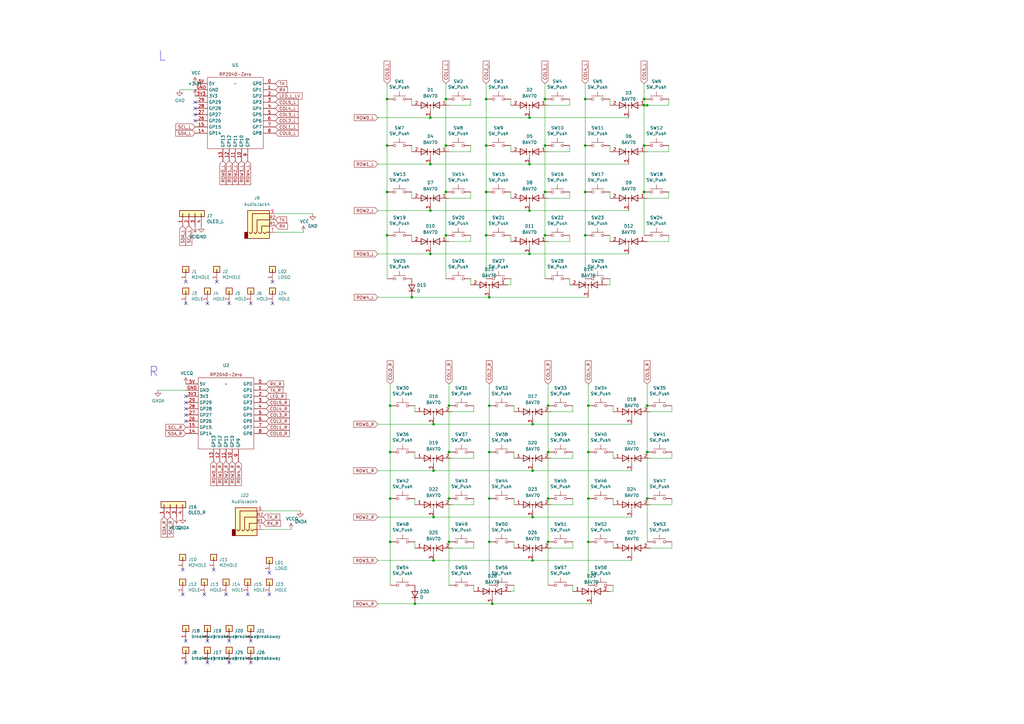
<source format=kicad_sch>
(kicad_sch (version 20230121) (generator eeschema)
  (paper "A3")
  (title_block (title "Lily58 Lite Rev3") (date "2024-07-18"))
  (junction (at 160.02 166.37))
  (junction (at 265.43 166.37))
  (junction (at 264.16 59.69))
  (junction (at 182.88 78.74))
  (junction (at 176.53 67.31))
  (junction (at 176.53 48.26))
  (junction (at 199.39 96.52))
  (junction (at 160.02 222.25))
  (junction (at 200.66 204.47))
  (junction (at 240.03 40.64))
  (junction (at 176.53 104.14))
  (junction (at 224.79 185.42))
  (junction (at 199.39 78.74))
  (junction (at 158.75 78.74))
  (junction (at 200.66 222.25))
  (junction (at 160.02 185.42))
  (junction (at 217.17 48.26))
  (junction (at 240.03 78.74))
  (junction (at 199.39 59.69))
  (junction (at 200.66 166.37))
  (junction (at 217.17 104.14))
  (junction (at 241.3 204.47))
  (junction (at 177.8 173.99))
  (junction (at 264.16 78.74))
  (junction (at 184.15 185.42))
  (junction (at 224.79 204.47))
  (junction (at 265.43 43.18))
  (junction (at 224.79 222.25))
  (junction (at 218.44 229.87))
  (junction (at 176.53 86.36))
  (junction (at 201.93 247.65))
  (junction (at 158.75 40.64))
  (junction (at 223.52 40.64))
  (junction (at 168.91 121.92))
  (junction (at 240.03 59.69))
  (junction (at 218.44 173.99))
  (junction (at 223.52 78.74))
  (junction (at 158.75 96.52))
  (junction (at 241.3 222.25))
  (junction (at 241.3 166.37))
  (junction (at 177.8 193.04))
  (junction (at 264.16 43.18))
  (junction (at 218.44 212.09))
  (junction (at 170.18 247.65))
  (junction (at 184.15 222.25))
  (junction (at 223.52 59.69))
  (junction (at 182.88 96.52))
  (junction (at 182.88 40.64))
  (junction (at 218.44 193.04))
  (junction (at 217.17 86.36))
  (junction (at 158.75 59.69))
  (junction (at 184.15 204.47))
  (junction (at 177.8 229.87))
  (junction (at 200.66 121.92))
  (junction (at 240.03 96.52))
  (junction (at 199.39 40.64))
  (junction (at 177.8 212.09))
  (junction (at 182.88 59.69))
  (junction (at 224.79 166.37))
  (junction (at 265.43 185.42))
  (junction (at 265.43 204.47))
  (junction (at 184.15 166.37))
  (junction (at 160.02 204.47))
  (junction (at 217.17 67.31))
  (junction (at 264.16 40.64))
  (junction (at 241.3 185.42))
  (junction (at 223.52 96.52))
  (junction (at 200.66 185.42))
  (no_connect (at 76.2 124.46))
  (no_connect (at 76.2 162.56))
  (no_connect (at 102.87 262.89))
  (no_connect (at 80.01 49.53))
  (no_connect (at 102.87 271.78))
  (no_connect (at 93.98 262.89))
  (no_connect (at 76.2 271.78))
  (no_connect (at 85.09 271.78))
  (no_connect (at 83.82 243.84))
  (no_connect (at 85.09 262.89))
  (no_connect (at 76.2 167.64))
  (no_connect (at 76.2 262.89))
  (no_connect (at 93.98 124.46))
  (no_connect (at 80.01 46.99))
  (no_connect (at 76.2 170.18))
  (no_connect (at 87.63 233.68))
  (no_connect (at 92.71 243.84))
  (no_connect (at 101.6 243.84))
  (no_connect (at 85.09 124.46))
  (no_connect (at 93.98 271.78))
  (no_connect (at 110.49 234.95))
  (no_connect (at 110.49 243.84))
  (no_connect (at 74.93 233.68))
  (no_connect (at 80.01 44.45))
  (no_connect (at 111.76 115.57))
  (no_connect (at 76.2 172.72))
  (no_connect (at 76.2 165.1))
  (no_connect (at 80.01 41.91))
  (no_connect (at 74.93 243.84))
  (no_connect (at 111.76 124.46))
  (no_connect (at 102.87 124.46))
  (no_connect (at 88.9 115.57))
  (no_connect (at 76.2 115.57))
  (wire (pts (xy 200.66 166.37) (xy 200.66 185.42)))
  (wire (pts (xy 265.43 157.48) (xy 265.43 166.37)))
  (wire (pts (xy 200.66 222.25) (xy 200.66 240.03)))
  (wire (pts (xy 266.7 168.91) (xy 275.59 168.91)))
  (wire (pts (xy 200.66 157.48) (xy 200.66 166.37)))
  (wire (pts (xy 226.06 224.79) (xy 234.95 224.79)))
  (wire (pts (xy 201.93 247.65) (xy 242.57 247.65)))
  (wire (pts (xy 240.03 59.69) (xy 240.03 78.74)))
  (wire (pts (xy 224.79 204.47) (xy 224.79 222.25)))
  (wire (pts (xy 113.03 87.63) (xy 128.27 87.63)))
  (wire (pts (xy 154.94 247.65) (xy 170.18 247.65)))
  (wire (pts (xy 275.59 224.79) (xy 275.59 222.25)))
  (wire (pts (xy 177.8 212.09) (xy 218.44 212.09)))
  (wire (pts (xy 233.68 59.69) (xy 233.68 62.23)))
  (wire (pts (xy 184.15 43.18) (xy 193.04 43.18)))
  (wire (pts (xy 217.17 104.14) (xy 257.81 104.14)))
  (wire (pts (xy 107.95 217.17) (xy 119.38 217.17)))
  (wire (pts (xy 224.79 185.42) (xy 224.79 204.47)))
  (wire (pts (xy 193.04 59.69) (xy 193.04 62.23)))
  (wire (pts (xy 184.15 157.48) (xy 184.15 166.37)))
  (wire (pts (xy 264.16 40.64) (xy 264.16 34.29)))
  (wire (pts (xy 154.94 173.99) (xy 177.8 173.99)))
  (wire (pts (xy 170.18 222.25) (xy 170.18 224.79)))
  (wire (pts (xy 107.95 209.55) (xy 123.19 209.55)))
  (wire (pts (xy 184.15 62.23) (xy 193.04 62.23)))
  (wire (pts (xy 241.3 157.48) (xy 241.3 166.37)))
  (wire (pts (xy 233.68 114.3) (xy 233.68 116.84)))
  (wire (pts (xy 194.31 207.01) (xy 194.31 204.47)))
  (wire (pts (xy 158.75 59.69) (xy 158.75 40.64)))
  (wire (pts (xy 177.8 173.99) (xy 218.44 173.99)))
  (wire (pts (xy 218.44 229.87) (xy 259.08 229.87)))
  (wire (pts (xy 209.55 78.74) (xy 209.55 81.28)))
  (wire (pts (xy 250.19 114.3) (xy 250.19 116.84)))
  (wire (pts (xy 168.91 40.64) (xy 168.91 43.18)))
  (wire (pts (xy 275.59 204.47) (xy 275.59 207.01)))
  (wire (pts (xy 224.79 62.23) (xy 233.68 62.23)))
  (wire (pts (xy 199.39 96.52) (xy 199.39 78.74)))
  (wire (pts (xy 233.68 78.74) (xy 233.68 81.28)))
  (wire (pts (xy 209.55 59.69) (xy 209.55 62.23)))
  (wire (pts (xy 208.28 116.84) (xy 209.55 116.84)))
  (wire (pts (xy 170.18 204.47) (xy 170.18 207.01)))
  (wire (pts (xy 185.42 224.79) (xy 194.31 224.79)))
  (wire (pts (xy 200.66 204.47) (xy 200.66 222.25)))
  (wire (pts (xy 193.04 116.84) (xy 193.04 114.3)))
  (wire (pts (xy 168.91 121.92) (xy 200.66 121.92)))
  (wire (pts (xy 218.44 193.04) (xy 259.08 193.04)))
  (wire (pts (xy 158.75 96.52) (xy 158.75 78.74)))
  (wire (pts (xy 251.46 185.42) (xy 251.46 187.96)))
  (wire (pts (xy 184.15 185.42) (xy 184.15 204.47)))
  (wire (pts (xy 185.42 168.91) (xy 194.31 168.91)))
  (wire (pts (xy 233.68 99.06) (xy 233.68 96.52)))
  (wire (pts (xy 251.46 166.37) (xy 251.46 168.91)))
  (wire (pts (xy 223.52 40.64) (xy 223.52 59.69)))
  (wire (pts (xy 224.79 166.37) (xy 224.79 185.42)))
  (wire (pts (xy 240.03 114.3) (xy 240.03 96.52)))
  (wire (pts (xy 168.91 59.69) (xy 168.91 62.23)))
  (wire (pts (xy 154.94 48.26) (xy 176.53 48.26)))
  (wire (pts (xy 234.95 222.25) (xy 234.95 224.79)))
  (wire (pts (xy 184.15 204.47) (xy 184.15 222.25)))
  (wire (pts (xy 240.03 34.29) (xy 240.03 40.64)))
  (wire (pts (xy 241.3 222.25) (xy 241.3 240.03)))
  (wire (pts (xy 241.3 185.42) (xy 241.3 204.47)))
  (wire (pts (xy 233.68 40.64) (xy 233.68 43.18)))
  (wire (pts (xy 264.16 43.18) (xy 264.16 59.69)))
  (wire (pts (xy 170.18 166.37) (xy 170.18 168.91)))
  (wire (pts (xy 275.59 185.42) (xy 275.59 187.96)))
  (wire (pts (xy 224.79 157.48) (xy 224.79 166.37)))
  (wire (pts (xy 274.32 78.74) (xy 274.32 81.28)))
  (wire (pts (xy 182.88 59.69) (xy 182.88 78.74)))
  (wire (pts (xy 193.04 40.64) (xy 193.04 43.18)))
  (wire (pts (xy 224.79 81.28) (xy 233.68 81.28)))
  (wire (pts (xy 209.55 242.57) (xy 210.82 242.57)))
  (wire (pts (xy 200.66 185.42) (xy 200.66 204.47)))
  (wire (pts (xy 194.31 185.42) (xy 194.31 187.96)))
  (wire (pts (xy 184.15 81.28) (xy 193.04 81.28)))
  (wire (pts (xy 193.04 78.74) (xy 193.04 81.28)))
  (wire (pts (xy 234.95 166.37) (xy 234.95 168.91)))
  (wire (pts (xy 160.02 240.03) (xy 160.02 222.25)))
  (wire (pts (xy 113.03 95.25) (xy 124.46 95.25)))
  (wire (pts (xy 250.19 78.74) (xy 250.19 81.28)))
  (wire (pts (xy 154.94 67.31) (xy 176.53 67.31)))
  (wire (pts (xy 234.95 204.47) (xy 234.95 207.01)))
  (wire (pts (xy 265.43 166.37) (xy 265.43 185.42)))
  (wire (pts (xy 184.15 99.06) (xy 193.04 99.06)))
  (wire (pts (xy 177.8 193.04) (xy 218.44 193.04)))
  (wire (pts (xy 182.88 96.52) (xy 182.88 114.3)))
  (wire (pts (xy 182.88 40.64) (xy 182.88 59.69)))
  (wire (pts (xy 217.17 48.26) (xy 257.81 48.26)))
  (wire (pts (xy 160.02 185.42) (xy 160.02 166.37)))
  (wire (pts (xy 251.46 204.47) (xy 251.46 207.01)))
  (wire (pts (xy 194.31 222.25) (xy 194.31 224.79)))
  (wire (pts (xy 251.46 240.03) (xy 251.46 242.57)))
  (wire (pts (xy 73.66 36.83) (xy 80.01 36.83)))
  (wire (pts (xy 182.88 78.74) (xy 182.88 96.52)))
  (wire (pts (xy 154.94 193.04) (xy 177.8 193.04)))
  (wire (pts (xy 226.06 187.96) (xy 234.95 187.96)))
  (wire (pts (xy 160.02 222.25) (xy 160.02 204.47)))
  (wire (pts (xy 264.16 78.74) (xy 264.16 96.52)))
  (wire (pts (xy 194.31 240.03) (xy 194.31 242.57)))
  (wire (pts (xy 266.7 224.79) (xy 275.59 224.79)))
  (wire (pts (xy 184.15 222.25) (xy 184.15 240.03)))
  (wire (pts (xy 185.42 207.01) (xy 194.31 207.01)))
  (wire (pts (xy 209.55 40.64) (xy 209.55 43.18)))
  (wire (pts (xy 275.59 166.37) (xy 275.59 168.91)))
  (wire (pts (xy 158.75 96.52) (xy 158.75 114.3)))
  (wire (pts (xy 210.82 166.37) (xy 210.82 168.91)))
  (wire (pts (xy 274.32 40.64) (xy 274.32 43.18)))
  (wire (pts (xy 199.39 59.69) (xy 199.39 78.74)))
  (wire (pts (xy 184.15 166.37) (xy 184.15 185.42)))
  (wire (pts (xy 200.66 121.92) (xy 241.3 121.92)))
  (wire (pts (xy 250.19 116.84) (xy 248.92 116.84)))
  (wire (pts (xy 274.32 59.69) (xy 274.32 62.23)))
  (wire (pts (xy 160.02 204.47) (xy 160.02 185.42)))
  (wire (pts (xy 154.94 121.92) (xy 168.91 121.92)))
  (wire (pts (xy 266.7 207.01) (xy 275.59 207.01)))
  (wire (pts (xy 177.8 229.87) (xy 218.44 229.87)))
  (wire (pts (xy 274.32 62.23) (xy 265.43 62.23)))
  (wire (pts (xy 168.91 96.52) (xy 168.91 99.06)))
  (wire (pts (xy 264.16 59.69) (xy 264.16 78.74)))
  (wire (pts (xy 209.55 96.52) (xy 209.55 99.06)))
  (wire (pts (xy 250.19 40.64) (xy 250.19 43.18)))
  (wire (pts (xy 182.88 34.29) (xy 182.88 40.64)))
  (wire (pts (xy 217.17 67.31) (xy 257.81 67.31)))
  (wire (pts (xy 224.79 222.25) (xy 224.79 240.03)))
  (wire (pts (xy 224.79 99.06) (xy 233.68 99.06)))
  (wire (pts (xy 176.53 48.26) (xy 217.17 48.26)))
  (wire (pts (xy 265.43 204.47) (xy 265.43 222.25)))
  (wire (pts (xy 176.53 104.14) (xy 217.17 104.14)))
  (wire (pts (xy 76.2 160.02) (xy 64.77 160.02)))
  (wire (pts (xy 176.53 86.36) (xy 217.17 86.36)))
  (wire (pts (xy 241.3 204.47) (xy 241.3 222.25)))
  (wire (pts (xy 226.06 207.01) (xy 234.95 207.01)))
  (wire (pts (xy 250.19 96.52) (xy 250.19 99.06)))
  (wire (pts (xy 223.52 34.29) (xy 223.52 40.64)))
  (wire (pts (xy 218.44 173.99) (xy 259.08 173.99)))
  (wire (pts (xy 199.39 59.69) (xy 199.39 40.64)))
  (wire (pts (xy 223.52 59.69) (xy 223.52 78.74)))
  (wire (pts (xy 199.39 114.3) (xy 199.39 96.52)))
  (wire (pts (xy 265.43 185.42) (xy 265.43 204.47)))
  (wire (pts (xy 266.7 187.96) (xy 275.59 187.96)))
  (wire (pts (xy 168.91 78.74) (xy 168.91 81.28)))
  (wire (pts (xy 274.32 81.28) (xy 265.43 81.28)))
  (wire (pts (xy 158.75 78.74) (xy 158.75 59.69)))
  (wire (pts (xy 209.55 114.3) (xy 209.55 116.84)))
  (wire (pts (xy 234.95 240.03) (xy 234.95 242.57)))
  (wire (pts (xy 251.46 222.25) (xy 251.46 224.79)))
  (wire (pts (xy 264.16 43.18) (xy 265.43 43.18)))
  (wire (pts (xy 170.18 247.65) (xy 201.93 247.65)))
  (wire (pts (xy 154.94 212.09) (xy 177.8 212.09)))
  (wire (pts (xy 217.17 86.36) (xy 257.81 86.36)))
  (wire (pts (xy 265.43 99.06) (xy 274.32 99.06)))
  (wire (pts (xy 226.06 168.91) (xy 234.95 168.91)))
  (wire (pts (xy 154.94 104.14) (xy 176.53 104.14)))
  (wire (pts (xy 240.03 40.64) (xy 240.03 59.69)))
  (wire (pts (xy 264.16 40.64) (xy 264.16 43.18)))
  (wire (pts (xy 274.32 96.52) (xy 274.32 99.06)))
  (wire (pts (xy 154.94 86.36) (xy 176.53 86.36)))
  (wire (pts (xy 234.95 185.42) (xy 234.95 187.96)))
  (wire (pts (xy 185.42 187.96) (xy 194.31 187.96)))
  (wire (pts (xy 210.82 204.47) (xy 210.82 207.01)))
  (wire (pts (xy 223.52 78.74) (xy 223.52 96.52)))
  (wire (pts (xy 240.03 96.52) (xy 240.03 78.74)))
  (wire (pts (xy 251.46 242.57) (xy 250.19 242.57)))
  (wire (pts (xy 274.32 43.18) (xy 265.43 43.18)))
  (wire (pts (xy 210.82 240.03) (xy 210.82 242.57)))
  (wire (pts (xy 250.19 59.69) (xy 250.19 62.23)))
  (wire (pts (xy 154.94 229.87) (xy 177.8 229.87)))
  (wire (pts (xy 176.53 67.31) (xy 217.17 67.31)))
  (wire (pts (xy 210.82 185.42) (xy 210.82 187.96)))
  (wire (pts (xy 210.82 222.25) (xy 210.82 224.79)))
  (wire (pts (xy 194.31 166.37) (xy 194.31 168.91)))
  (wire (pts (xy 241.3 166.37) (xy 241.3 185.42)))
  (wire (pts (xy 170.18 185.42) (xy 170.18 187.96)))
  (wire (pts (xy 158.75 40.64) (xy 158.75 34.29)))
  (wire (pts (xy 223.52 96.52) (xy 223.52 114.3)))
  (wire (pts (xy 224.79 43.18) (xy 233.68 43.18)))
  (wire (pts (xy 160.02 157.48) (xy 160.02 166.37)))
  (wire (pts (xy 199.39 34.29) (xy 199.39 40.64)))
  (wire (pts (xy 218.44 212.09) (xy 259.08 212.09)))
  (wire (pts (xy 193.04 99.06) (xy 193.04 96.52)))
  (text "L" (at 64.77 25.4 0) (effects (font (size 4 4)) (justify left bottom)))
  (text "R" (at 60.96 154.94 0) (effects (font (size 4 4)) (justify left bottom)))
  (global_label "COL2_R" (shape input) (at 109.22 172.72 0) (property "Intersheetrefs" "${INTERSHEET_REFS}" (effects hide)))
  (global_label "LED_R" (shape input) (at 109.22 162.56 0) (property "Intersheetrefs" "${INTERSHEET_REFS}" (effects hide)))
  (global_label "TX_R" (shape input) (at 109.22 160.02 0) (property "Intersheetrefs" "${INTERSHEET_REFS}" (effects hide)) (property "シート間のリファレンス" "${INTERSHEET_REFS}" (effects hide)))
  (global_label "COL1_L" (shape input) (at 113.03 52.07 0) (property "Intersheetrefs" "${INTERSHEET_REFS}" (effects hide)))
  (global_label "COL3_R" (shape input) (at 109.22 170.18 0) (property "Intersheetrefs" "${INTERSHEET_REFS}" (effects hide)))
  (global_label "ROW0_R" (shape input) (at 154.94 173.99 180) (property "Intersheetrefs" "${INTERSHEET_REFS}" (effects hide)))
  (global_label "ROW4_R" (shape input) (at 154.94 247.65 180) (property "Intersheetrefs" "${INTERSHEET_REFS}" (effects hide)))
  (global_label "COL2_L" (shape input) (at 199.39 34.29 90) (property "Intersheetrefs" "${INTERSHEET_REFS}" (effects hide)))
  (global_label "RX_R" (shape input) (at 109.22 157.48 0) (property "Intersheetrefs" "${INTERSHEET_REFS}" (effects hide)) (property "シート間のリファレンス" "${INTERSHEET_REFS}" (effects hide)))
  (global_label "ROW3_L" (shape input) (at 154.94 104.14 180) (property "Intersheetrefs" "${INTERSHEET_REFS}" (effects hide)))
  (global_label "TX" (shape input) (at 113.03 90.17 0) (property "Intersheetrefs" "${INTERSHEET_REFS}" (effects hide)) (property "シート間のリファレンス" "${INTERSHEET_REFS}" (effects hide)))
  (global_label "ROW1_R" (shape input) (at 90.17 189.23 270) (property "Intersheetrefs" "${INTERSHEET_REFS}" (effects hide)))
  (global_label "SDA_L" (shape input) (at 74.93 92.71 270) (property "Intersheetrefs" "${INTERSHEET_REFS}" (effects hide)))
  (global_label "ROW4_L" (shape input) (at 154.94 121.92 180) (property "Intersheetrefs" "${INTERSHEET_REFS}" (effects hide)))
  (global_label "COL4_R" (shape input) (at 241.3 157.48 90) (property "Intersheetrefs" "${INTERSHEET_REFS}" (effects hide)))
  (global_label "COL3_L" (shape input) (at 113.03 46.99 0) (property "Intersheetrefs" "${INTERSHEET_REFS}" (effects hide)))
  (global_label "COL4_L" (shape input) (at 113.03 44.45 0) (property "Intersheetrefs" "${INTERSHEET_REFS}" (effects hide)))
  (global_label "ROW3_R" (shape input) (at 95.25 189.23 270) (property "Intersheetrefs" "${INTERSHEET_REFS}" (effects hide)))
  (global_label "RX_R" (shape input) (at 107.95 214.63 0) (property "Intersheetrefs" "${INTERSHEET_REFS}" (effects hide)) (property "シート間のリファレンス" "${INTERSHEET_REFS}" (effects hide)))
  (global_label "COL5_L" (shape input) (at 264.16 34.29 90) (property "Intersheetrefs" "${INTERSHEET_REFS}" (effects hide)))
  (global_label "ROW1_L" (shape input) (at 154.94 67.31 180) (property "Intersheetrefs" "${INTERSHEET_REFS}" (effects hide)))
  (global_label "ROW1_L" (shape input) (at 93.98 66.04 270) (property "Intersheetrefs" "${INTERSHEET_REFS}" (effects hide)))
  (global_label "COL5_L" (shape input) (at 113.03 41.91 0) (property "Intersheetrefs" "${INTERSHEET_REFS}" (effects hide)))
  (global_label "SDA_R" (shape input) (at 67.31 212.09 270) (property "Intersheetrefs" "${INTERSHEET_REFS}" (effects hide)))
  (global_label "COL0_L" (shape input) (at 158.75 34.29 90) (property "Intersheetrefs" "${INTERSHEET_REFS}" (effects hide)))
  (global_label "COL2_R" (shape input) (at 200.66 157.48 90) (property "Intersheetrefs" "${INTERSHEET_REFS}" (effects hide)))
  (global_label "ROW0_L" (shape input) (at 91.44 66.04 270) (property "Intersheetrefs" "${INTERSHEET_REFS}" (effects hide)))
  (global_label "COL1_R" (shape input) (at 184.15 157.48 90) (property "Intersheetrefs" "${INTERSHEET_REFS}" (effects hide)))
  (global_label "SDA_R" (shape input) (at 76.2 177.8 180) (property "Intersheetrefs" "${INTERSHEET_REFS}" (effects hide)))
  (global_label "SCL_L" (shape input) (at 80.01 52.07 180) (property "Intersheetrefs" "${INTERSHEET_REFS}" (effects hide)))
  (global_label "TX_R" (shape input) (at 107.95 212.09 0) (property "Intersheetrefs" "${INTERSHEET_REFS}" (effects hide)) (property "シート間のリファレンス" "${INTERSHEET_REFS}" (effects hide)))
  (global_label "COL1_R" (shape input) (at 109.22 175.26 0) (property "Intersheetrefs" "${INTERSHEET_REFS}" (effects hide)))
  (global_label "COL2_L" (shape input) (at 113.03 49.53 0) (property "Intersheetrefs" "${INTERSHEET_REFS}" (effects hide)))
  (global_label "SCL_R" (shape input) (at 76.2 175.26 180) (property "Intersheetrefs" "${INTERSHEET_REFS}" (effects hide)))
  (global_label "ROW3_L" (shape input) (at 99.06 66.04 270) (property "Intersheetrefs" "${INTERSHEET_REFS}" (effects hide)))
  (global_label "ROW0_L" (shape input) (at 154.94 48.26 180) (property "Intersheetrefs" "${INTERSHEET_REFS}" (effects hide)))
  (global_label "SCL_L" (shape input) (at 77.47 92.71 270) (property "Intersheetrefs" "${INTERSHEET_REFS}" (effects hide)))
  (global_label "ROW2_R" (shape input) (at 92.71 189.23 270) (property "Intersheetrefs" "${INTERSHEET_REFS}" (effects hide)))
  (global_label "ROW2_R" (shape input) (at 154.94 212.09 180) (property "Intersheetrefs" "${INTERSHEET_REFS}" (effects hide)))
  (global_label "COL3_L" (shape input) (at 223.52 34.29 90) (property "Intersheetrefs" "${INTERSHEET_REFS}" (effects hide)))
  (global_label "COL0_R" (shape input) (at 160.02 157.48 90) (property "Intersheetrefs" "${INTERSHEET_REFS}" (effects hide)))
  (global_label "ROW0_R" (shape input) (at 87.63 189.23 270) (property "Intersheetrefs" "${INTERSHEET_REFS}" (effects hide)))
  (global_label "TX" (shape input) (at 113.03 34.29 0) (property "Intersheetrefs" "${INTERSHEET_REFS}" (effects hide)) (property "シート間のリファレンス" "${INTERSHEET_REFS}" (effects hide)))
  (global_label "RX" (shape input) (at 113.03 92.71 0) (property "Intersheetrefs" "${INTERSHEET_REFS}" (effects hide)) (property "シート間のリファレンス" "${INTERSHEET_REFS}" (effects hide)))
  (global_label "ROW1_R" (shape input) (at 154.94 193.04 180) (property "Intersheetrefs" "${INTERSHEET_REFS}" (effects hide)))
  (global_label "COL1_L" (shape input) (at 182.88 34.29 90) (property "Intersheetrefs" "${INTERSHEET_REFS}" (effects hide)))
  (global_label "RX" (shape input) (at 113.03 36.83 0) (property "Intersheetrefs" "${INTERSHEET_REFS}" (effects hide)) (property "シート間のリファレンス" "${INTERSHEET_REFS}" (effects hide)))
  (global_label "SDA_L" (shape input) (at 80.01 54.61 180) (property "Intersheetrefs" "${INTERSHEET_REFS}" (effects hide)))
  (global_label "COL0_R" (shape input) (at 109.22 177.8 0) (property "Intersheetrefs" "${INTERSHEET_REFS}" (effects hide)))
  (global_label "COL5_R" (shape input) (at 265.43 157.48 90) (property "Intersheetrefs" "${INTERSHEET_REFS}" (effects hide)))
  (global_label "COL3_R" (shape input) (at 224.79 157.48 90) (property "Intersheetrefs" "${INTERSHEET_REFS}" (effects hide)))
  (global_label "ROW2_L" (shape input) (at 96.52 66.04 270) (property "Intersheetrefs" "${INTERSHEET_REFS}" (effects hide)))
  (global_label "ROW2_L" (shape input) (at 154.94 86.36 180) (property "Intersheetrefs" "${INTERSHEET_REFS}" (effects hide)))
  (global_label "COL4_R" (shape input) (at 109.22 167.64 0) (property "Intersheetrefs" "${INTERSHEET_REFS}" (effects hide)))
  (global_label "SCL_R" (shape input) (at 69.85 212.09 270) (property "Intersheetrefs" "${INTERSHEET_REFS}" (effects hide)))
  (global_label "COL5_R" (shape input) (at 109.22 165.1 0) (property "Intersheetrefs" "${INTERSHEET_REFS}" (effects hide)))
  (global_label "COL0_L" (shape input) (at 113.03 54.61 0) (property "Intersheetrefs" "${INTERSHEET_REFS}" (effects hide)))
  (global_label "ROW3_R" (shape input) (at 154.94 229.87 180) (property "Intersheetrefs" "${INTERSHEET_REFS}" (effects hide)))
  (global_label "ROW4_L" (shape input) (at 101.6 66.04 270) (property "Intersheetrefs" "${INTERSHEET_REFS}" (effects hide)))
  (global_label "COL4_L" (shape input) (at 240.03 34.29 90) (property "Intersheetrefs" "${INTERSHEET_REFS}" (effects hide)))
  (global_label "LED_L_LV" (shape input) (at 113.03 39.37 0) (property "Intersheetrefs" "${INTERSHEET_REFS}" (effects hide)))
  (global_label "ROW4_R" (shape input) (at 97.79 189.23 270) (property "Intersheetrefs" "${INTERSHEET_REFS}" (effects hide)))
  (symbol (lib_id "yuchi:RP2040-Zero") (at 96.52 45.72 0) (unit 1)
    (property "Reference" "U1" (at 96.52 26.67 0))
    (property "Value" "~" (at 96.52 34.29 0))
    (property "Footprint" "yuchi_kbd:RP2040-Zero_bottom" (effects hide))
  )
  (symbol (lib_id "Connector_Generic:Conn_01x01") (at 92.71 238.76 90) (unit 1)
    (property "Reference" "J14" (at 94.9452 239.6744 90) (effects (justify right)))
    (property "Value" "HOLE" (at 94.9452 241.9858 90) (effects (justify right)))
    (property "Footprint" "yuchi:HOLE_M2_TH" (effects hide))
  )
  (symbol (lib_id "Switch:SW_Push") (at 228.6 40.64 0) (unit 1)
    (property "Reference" "SW4" (at 228.6 33.401 0))
    (property "Value" "SW_Push" (at 228.6 35.7124 0))
    (property "Footprint" "yuchi_kbd:MX_HOLE" (effects hide))
  )
  (symbol (lib_id "Switch:SW_Push") (at 229.87 222.25 0) (unit 1)
    (property "Reference" "SW51" (at 229.87 215.011 0))
    (property "Value" "SW_Push" (at 229.87 217.3224 0))
    (property "Footprint" "yuchi_kbd:MX_HOLE" (effects hide))
  )
  (symbol (lib_id "Switch:SW_Push") (at 204.47 96.52 0) (unit 1)
    (property "Reference" "SW21" (at 204.47 89.281 0))
    (property "Value" "SW_Push" (at 204.47 91.5924 0))
    (property "Footprint" "yuchi_kbd:MX_HOLE" (effects hide))
  )
  (symbol (lib_id "Switch:SW_Push") (at 189.23 204.47 0) (unit 1)
    (property "Reference" "SW43" (at 189.23 197.231 0))
    (property "Value" "SW_Push" (at 189.23 199.5424 0))
    (property "Footprint" "yuchi_kbd:MX_HOLE" (effects hide))
  )
  (symbol (lib_id "Connector_Generic:Conn_01x01") (at 102.87 119.38 90) (unit 1)
    (property "Reference" "J6" (at 105.1052 120.2944 90) (effects (justify right)))
    (property "Value" "HOLE" (at 105.1052 122.6058 90) (effects (justify right)))
    (property "Footprint" "yuchi:HOLE_M2_TH" (effects hide))
  )
  (symbol (lib_id "Connector_Generic:Conn_01x01") (at 76.2 257.81 90) (unit 1)
    (property "Reference" "J18" (at 78.4352 258.7244 90) (effects (justify right)))
    (property "Value" "breakaway" (at 78.4352 261.0358 90) (effects (justify right)))
    (property "Footprint" "yuchi_kbd:breakaway04" (effects hide))
  )
  (symbol (lib_id "Switch:SW_Push") (at 204.47 59.69 0) (unit 1)
    (property "Reference" "SW9" (at 204.47 52.451 0))
    (property "Value" "SW_Push" (at 204.47 54.7624 0))
    (property "Footprint" "yuchi_kbd:MX_HOLE" (effects hide))
  )
  (symbol (lib_id "Switch:SW_Push") (at 245.11 78.74 0) (unit 1)
    (property "Reference" "SW17" (at 245.11 71.501 0))
    (property "Value" "SW_Push" (at 245.11 73.8124 0))
    (property "Footprint" "yuchi_kbd:MX_HOLE" (effects hide))
  )
  (symbol (lib_id "Switch:SW_Push") (at 163.83 59.69 0) (unit 1)
    (property "Reference" "SW7" (at 163.83 52.451 0))
    (property "Value" "SW_Push" (at 163.83 54.7624 0))
    (property "Footprint" "yuchi_kbd:MX_HOLE" (effects hide))
  )
  (symbol (lib_id "power:VCCQ") (at 119.38 217.17 0) (unit 1)
    (property "Reference" "#PWR018" (effects hide))
    (property "Value" "VCCQ" (at 119.8118 212.7758 0))
  )
  (symbol (lib_id "Switch:SW_Push") (at 228.6 78.74 0) (unit 1)
    (property "Reference" "SW16" (at 228.6 71.501 0))
    (property "Value" "SW_Push" (at 228.6 73.8124 0))
    (property "Footprint" "yuchi_kbd:MX_HOLE" (effects hide))
  )
  (symbol (lib_id "Switch:SW_Push") (at 163.83 96.52 0) (unit 1)
    (property "Reference" "SW19" (at 163.83 89.281 0))
    (property "Value" "SW_Push" (at 163.83 91.5924 0))
    (property "Footprint" "yuchi_kbd:MX_HOLE" (effects hide))
  )
  (symbol (lib_id "Switch:SW_Push") (at 165.1 166.37 0) (unit 1)
    (property "Reference" "SW30" (at 165.1 159.131 0))
    (property "Value" "SW_Push" (at 165.1 161.4424 0))
    (property "Footprint" "yuchi_kbd:MX_HOLE" (effects hide))
  )
  (symbol (lib_id "Diode:BAV70") (at 176.53 81.28 0) (mirror y) (unit 1)
    (property "Reference" "D7" (at 176.53 74.93 0))
    (property "Value" "BAV70" (at 176.53 77.47 0))
    (property "Footprint" "Package_TO_SOT_SMD:SOT-23" (effects hide))
    (property "Datasheet" "https://assets.nexperia.com/documents/data-sheet/BAV70_SER.pdf" (effects hide))
  )
  (symbol (lib_id "Switch:SW_Push") (at 189.23 185.42 0) (unit 1)
    (property "Reference" "SW37" (at 189.23 178.181 0))
    (property "Value" "SW_Push" (at 189.23 180.4924 0))
    (property "Footprint" "yuchi_kbd:MX_HOLE" (effects hide))
  )
  (symbol (lib_id "Connector_Generic:Conn_01x01") (at 111.76 119.38 90) (unit 1)
    (property "Reference" "J24" (at 113.9952 120.2944 90) (effects (justify right)))
    (property "Value" "HOLE" (at 113.9952 122.6058 90) (effects (justify right)))
    (property "Footprint" "yuchi:HOLE_M2_TH" (effects hide))
  )
  (symbol (lib_id "Switch:SW_Push") (at 270.51 204.47 0) (unit 1)
    (property "Reference" "SW47" (at 270.51 197.231 0))
    (property "Value" "SW_Push" (at 270.51 199.5424 0))
    (property "Footprint" "yuchi_kbd:MX_HOLE" (effects hide))
  )
  (symbol (lib_id "Switch:SW_Push") (at 205.74 185.42 0) (unit 1)
    (property "Reference" "SW38" (at 205.74 178.181 0))
    (property "Value" "SW_Push" (at 205.74 180.4924 0))
    (property "Footprint" "yuchi_kbd:MX_HOLE" (effects hide))
  )
  (symbol (lib_id "power:GND") (at 128.27 87.63 0) (unit 1)
    (property "Reference" "#PWR07" (effects hide))
    (property "Value" "GND" (at 128.27 92.71 0))
  )
  (symbol (lib_id "Diode:BAV70") (at 241.3 116.84 0) (mirror y) (unit 1)
    (property "Reference" "D14" (at 241.3 110.49 0))
    (property "Value" "BAV70" (at 241.3 113.03 0))
    (property "Footprint" "Package_TO_SOT_SMD:SOT-23" (effects hide))
    (property "Datasheet" "https://assets.nexperia.com/documents/data-sheet/BAV70_SER.pdf" (effects hide))
  )
  (symbol (lib_id "Diode:BAV70") (at 217.17 99.06 0) (mirror y) (unit 1)
    (property "Reference" "D11" (at 217.17 92.71 0))
    (property "Value" "BAV70" (at 217.17 95.25 0))
    (property "Footprint" "Package_TO_SOT_SMD:SOT-23" (effects hide))
    (property "Datasheet" "https://assets.nexperia.com/documents/data-sheet/BAV70_SER.pdf" (effects hide))
  )
  (symbol (lib_id "Switch:SW_Push") (at 245.11 59.69 0) (unit 1)
    (property "Reference" "SW11" (at 245.11 52.451 0))
    (property "Value" "SW_Push" (at 245.11 54.7624 0))
    (property "Footprint" "yuchi_kbd:MX_HOLE" (effects hide))
  )
  (symbol (lib_id "Switch:SW_Push") (at 246.38 222.25 0) (unit 1)
    (property "Reference" "SW52" (at 246.38 215.011 0))
    (property "Value" "SW_Push" (at 246.38 217.3224 0))
    (property "Footprint" "yuchi_kbd:MX_HOLE" (effects hide))
  )
  (symbol (lib_id "Switch:SW_Push") (at 165.1 222.25 0) (unit 1)
    (property "Reference" "SW48" (at 165.1 215.011 0))
    (property "Value" "SW_Push" (at 165.1 217.3224 0))
    (property "Footprint" "yuchi_kbd:MX_HOLE" (effects hide))
  )
  (symbol (lib_id "Connector_Generic:Conn_01x01") (at 76.2 110.49 90) (unit 1)
    (property "Reference" "J1" (at 78.4352 111.4044 90) (effects (justify right)))
    (property "Value" "M2HOLE" (at 78.4352 113.7158 90) (effects (justify right)))
    (property "Footprint" "yuchi:M2_HOLE_PCB" (effects hide))
  )
  (symbol (lib_id "Connector_Generic:Conn_01x01") (at 102.87 257.81 90) (unit 1)
    (property "Reference" "J21" (at 105.1052 258.7244 90) (effects (justify right)))
    (property "Value" "breakaway" (at 105.1052 261.0358 90) (effects (justify right)))
    (property "Footprint" "yuchi_kbd:breakaway04" (effects hide))
  )
  (symbol (lib_id "Switch:SW_Push") (at 165.1 240.03 0) (unit 1)
    (property "Reference" "SW54" (at 165.1 232.791 0))
    (property "Value" "SW_Push" (at 165.1 235.1024 0))
    (property "Footprint" "yuchi_kbd:MX_HOLE" (effects hide))
  )
  (symbol (lib_id "Switch:SW_Push") (at 270.51 222.25 0) (unit 1)
    (property "Reference" "SW53" (at 270.51 215.011 0))
    (property "Value" "SW_Push" (at 270.51 217.3224 0))
    (property "Footprint" "yuchi_kbd:MX_HOLE" (effects hide))
  )
  (symbol (lib_id "Device:D") (at 170.18 243.84 90) (unit 1)
    (property "Reference" "D30" (at 172.212 242.6716 90) (effects (justify right)))
    (property "Value" "D" (at 172.212 244.983 90) (effects (justify right)))
    (property "Footprint" "Diode_SMD:D_SOD-123" (effects hide))
  )
  (symbol (lib_id "Diode:BAV70") (at 177.8 168.91 0) (unit 1)
    (property "Reference" "D16" (at 177.8 162.56 0))
    (property "Value" "BAV70" (at 177.8 165.1 0))
    (property "Footprint" "Package_TO_SOT_SMD:SOT-23" (effects hide))
    (property "Datasheet" "https://assets.nexperia.com/documents/data-sheet/BAV70_SER.pdf" (effects hide))
  )
  (symbol (lib_id "Connector_Generic:Conn_01x01") (at 85.09 266.7 90) (unit 1)
    (property "Reference" "J17" (at 87.3252 267.6144 90) (effects (justify right)))
    (property "Value" "breakaway" (at 87.3252 269.9258 90) (effects (justify right)))
    (property "Footprint" "yuchi_kbd:breakaway04" (effects hide))
  )
  (symbol (lib_id "Diode:BAV70") (at 217.17 81.28 0) (mirror y) (unit 1)
    (property "Reference" "D8" (at 217.17 74.93 0))
    (property "Value" "BAV70" (at 217.17 77.47 0))
    (property "Footprint" "Package_TO_SOT_SMD:SOT-23" (effects hide))
    (property "Datasheet" "https://assets.nexperia.com/documents/data-sheet/BAV70_SER.pdf" (effects hide))
  )
  (symbol (lib_id "Diode:BAV70") (at 218.44 207.01 0) (unit 1)
    (property "Reference" "D23" (at 218.44 200.66 0))
    (property "Value" "BAV70" (at 218.44 203.2 0))
    (property "Footprint" "Package_TO_SOT_SMD:SOT-23" (effects hide))
    (property "Datasheet" "https://assets.nexperia.com/documents/data-sheet/BAV70_SER.pdf" (effects hide))
  )
  (symbol (lib_id "Diode:BAV70") (at 259.08 168.91 0) (unit 1)
    (property "Reference" "D18" (at 259.08 163.83 0))
    (property "Value" "BAV70" (at 259.08 166.37 0))
    (property "Footprint" "Package_TO_SOT_SMD:SOT-23" (effects hide))
    (property "Datasheet" "https://assets.nexperia.com/documents/data-sheet/BAV70_SER.pdf" (effects hide))
  )
  (symbol (lib_id "Switch:SW_Push") (at 246.38 240.03 0) (unit 1)
    (property "Reference" "SW58" (at 246.38 232.791 0))
    (property "Value" "SW_Push" (at 246.38 235.1024 0))
    (property "Footprint" "yuchi_kbd:MX_HOLE" (effects hide))
  )
  (symbol (lib_id "power:VCC") (at 80.01 34.29 0) (unit 1)
    (property "Reference" "#PWR01" (effects hide))
    (property "Value" "VCC" (at 80.4672 29.8958 0))
  )
  (symbol (lib_id "Diode:BAV70") (at 218.44 187.96 0) (unit 1)
    (property "Reference" "D20" (at 218.44 181.61 0))
    (property "Value" "BAV70" (at 218.44 184.15 0))
    (property "Footprint" "Package_TO_SOT_SMD:SOT-23" (effects hide))
    (property "Datasheet" "https://assets.nexperia.com/documents/data-sheet/BAV70_SER.pdf" (effects hide))
  )
  (symbol (lib_id "Switch:SW_Push") (at 246.38 166.37 0) (unit 1)
    (property "Reference" "SW34" (at 246.38 159.131 0))
    (property "Value" "SW_Push" (at 246.38 161.4424 0))
    (property "Footprint" "yuchi_kbd:MX_HOLE" (effects hide))
  )
  (symbol (lib_id "Switch:SW_Push") (at 187.96 40.64 0) (unit 1)
    (property "Reference" "SW2" (at 187.96 33.401 0))
    (property "Value" "SW_Push" (at 187.96 35.7124 0))
    (property "Footprint" "yuchi_kbd:MX_HOLE" (effects hide))
  )
  (symbol (lib_id "power:+3.3V") (at 80.01 39.37 0) (unit 1)
    (property "Reference" "#PWR020" (effects hide))
    (property "Value" "+3.3V" (at 80.01 34.29 0))
  )
  (symbol (lib_id "power:GNDA") (at 64.77 160.02 0) (unit 1)
    (property "Reference" "#PWR011" (effects hide))
    (property "Value" "GNDA" (at 64.897 164.4142 0))
  )
  (symbol (lib_id "Connector_Generic:Conn_01x01") (at 102.87 266.7 90) (unit 1)
    (property "Reference" "J26" (at 105.1052 267.6144 90) (effects (justify right)))
    (property "Value" "breakaway" (at 105.1052 269.9258 90) (effects (justify right)))
    (property "Footprint" "yuchi_kbd:breakaway04" (effects hide))
  )
  (symbol (lib_id "Switch:SW_Push") (at 205.74 166.37 0) (unit 1)
    (property "Reference" "SW32" (at 205.74 159.131 0))
    (property "Value" "SW_Push" (at 205.74 161.4424 0))
    (property "Footprint" "yuchi_kbd:MX_HOLE" (effects hide))
  )
  (symbol (lib_id "Switch:SW_Push") (at 189.23 166.37 0) (unit 1)
    (property "Reference" "SW31" (at 189.23 159.131 0))
    (property "Value" "SW_Push" (at 189.23 161.4424 0))
    (property "Footprint" "yuchi_kbd:MX_HOLE" (effects hide))
  )
  (symbol (lib_id "Switch:SW_Push") (at 228.6 96.52 0) (unit 1)
    (property "Reference" "SW22" (at 228.6 89.281 0))
    (property "Value" "SW_Push" (at 228.6 91.5924 0))
    (property "Footprint" "yuchi_kbd:MX_HOLE" (effects hide))
  )
  (symbol (lib_id "Connector_Generic:Conn_01x01") (at 87.63 228.6 90) (unit 1)
    (property "Reference" "J11" (at 89.8652 229.5144 90) (effects (justify right)))
    (property "Value" "M2HOLE" (at 89.8652 231.8258 90) (effects (justify right)))
    (property "Footprint" "yuchi:M2_HOLE_PCB" (effects hide))
  )
  (symbol (lib_id "Switch:SW_Push") (at 269.24 59.69 0) (unit 1)
    (property "Reference" "SW12" (at 269.24 52.451 0))
    (property "Value" "SW_Push" (at 269.24 54.7624 0))
    (property "Footprint" "yuchi_kbd:MX_HOLE" (effects hide))
  )
  (symbol (lib_id "Connector_Generic:Conn_01x01") (at 111.76 110.49 90) (unit 1)
    (property "Reference" "L02" (at 113.9952 111.4044 90) (effects (justify right)))
    (property "Value" "LOGO" (at 113.9952 113.7158 90) (effects (justify right)))
    (property "Footprint" "yuchi:lily58_logo_2" (effects hide))
  )
  (symbol (lib_id "Connector_Generic:Conn_01x01") (at 83.82 238.76 90) (unit 1)
    (property "Reference" "J13" (at 86.0552 239.6744 90) (effects (justify right)))
    (property "Value" "HOLE" (at 86.0552 241.9858 90) (effects (justify right)))
    (property "Footprint" "yuchi:HOLE_M2_TH" (effects hide))
  )
  (symbol (lib_id "power:GND") (at 73.66 36.83 0) (unit 1)
    (property "Reference" "#PWR02" (effects hide))
    (property "Value" "GND" (at 73.787 41.2242 0))
  )
  (symbol (lib_id "power:VCC") (at 124.46 95.25 0) (unit 1)
    (property "Reference" "#PWR09" (effects hide))
    (property "Value" "VCC" (at 124.8918 90.8558 0))
  )
  (symbol (lib_id "Switch:SW_Push") (at 246.38 185.42 0) (unit 1)
    (property "Reference" "SW40" (at 246.38 178.181 0))
    (property "Value" "SW_Push" (at 246.38 180.4924 0))
    (property "Footprint" "yuchi_kbd:MX_HOLE" (effects hide))
  )
  (symbol (lib_id "Connector_Generic:Conn_01x01") (at 76.2 119.38 90) (unit 1)
    (property "Reference" "J3" (at 78.4352 120.2944 90) (effects (justify right)))
    (property "Value" "HOLE" (at 78.4352 122.6058 90) (effects (justify right)))
    (property "Footprint" "yuchi:HOLE_M2_TH" (effects hide))
  )
  (symbol (lib_id "Switch:SW_Push") (at 187.96 59.69 0) (unit 1)
    (property "Reference" "SW8" (at 187.96 52.451 0))
    (property "Value" "SW_Push" (at 187.96 54.7624 0))
    (property "Footprint" "yuchi_kbd:MX_HOLE" (effects hide))
  )
  (symbol (lib_id "Switch:SW_Push") (at 269.24 78.74 0) (unit 1)
    (property "Reference" "SW18" (at 269.24 71.501 0))
    (property "Value" "SW_Push" (at 269.24 73.8124 0))
    (property "Footprint" "yuchi_kbd:MX_HOLE" (effects hide))
  )
  (symbol (lib_id "Switch:SW_Push") (at 270.51 185.42 0) (unit 1)
    (property "Reference" "SW41" (at 270.51 178.181 0))
    (property "Value" "SW_Push" (at 270.51 180.4924 0))
    (property "Footprint" "yuchi_kbd:MX_HOLE" (effects hide))
  )
  (symbol (lib_id "Switch:SW_Push") (at 205.74 240.03 0) (unit 1)
    (property "Reference" "SW56" (at 205.74 232.791 0))
    (property "Value" "SW_Push" (at 205.74 235.1024 0))
    (property "Footprint" "yuchi_kbd:MX_HOLE" (effects hide))
  )
  (symbol (lib_id "Switch:SW_Push") (at 246.38 204.47 0) (unit 1)
    (property "Reference" "SW46" (at 246.38 197.231 0))
    (property "Value" "SW_Push" (at 246.38 199.5424 0))
    (property "Footprint" "yuchi_kbd:MX_HOLE" (effects hide))
  )
  (symbol (lib_id "Switch:SW_Push") (at 228.6 114.3 0) (unit 1)
    (property "Reference" "SW28" (at 228.6 107.061 0))
    (property "Value" "SW_Push" (at 228.6 109.3724 0))
    (property "Footprint" "yuchi_kbd:MX_HOLE" (effects hide))
  )
  (symbol (lib_id "Switch:SW_Push") (at 229.87 185.42 0) (unit 1)
    (property "Reference" "SW39" (at 229.87 178.181 0))
    (property "Value" "SW_Push" (at 229.87 180.4924 0))
    (property "Footprint" "yuchi_kbd:MX_HOLE" (effects hide))
  )
  (symbol (lib_id "power:VCCQ") (at 72.39 212.09 180) (unit 1)
    (property "Reference" "#PWR013" (effects hide))
    (property "Value" "VCCQ" (at 71.9328 216.4842 0))
  )
  (symbol (lib_id "Diode:BAV70") (at 259.08 207.01 0) (unit 1)
    (property "Reference" "D24" (at 259.08 200.66 0))
    (property "Value" "BAV70" (at 259.08 203.2 0))
    (property "Footprint" "Package_TO_SOT_SMD:SOT-23" (effects hide))
    (property "Datasheet" "https://assets.nexperia.com/documents/data-sheet/BAV70_SER.pdf" (effects hide))
  )
  (symbol (lib_id "Switch:SW_Push") (at 270.51 166.37 0) (unit 1)
    (property "Reference" "SW35" (at 270.51 159.131 0))
    (property "Value" "SW_Push" (at 270.51 161.4424 0))
    (property "Footprint" "yuchi_kbd:MX_HOLE" (effects hide))
  )
  (symbol (lib_id "Switch:SW_Push") (at 204.47 114.3 0) (unit 1)
    (property "Reference" "SW27" (at 204.47 107.061 0))
    (property "Value" "SW_Push" (at 204.47 109.3724 0))
    (property "Footprint" "yuchi_kbd:MX_HOLE" (effects hide))
  )
  (symbol (lib_id "Connector:AudioJack4") (at 102.87 212.09 0) (unit 1)
    (property "Reference" "J22" (at 100.33 203.2 0))
    (property "Value" "AudioJack4" (at 100.33 205.74 0))
    (property "Footprint" "yuchi_kbd:PJ-320" (effects hide))
  )
  (symbol (lib_id "Switch:SW_Push") (at 204.47 78.74 0) (unit 1)
    (property "Reference" "SW15" (at 204.47 71.501 0))
    (property "Value" "SW_Push" (at 204.47 73.8124 0))
    (property "Footprint" "yuchi_kbd:MX_HOLE" (effects hide))
  )
  (symbol (lib_id "power:GNDA") (at 123.19 209.55 0) (unit 1)
    (property "Reference" "#PWR016" (effects hide))
    (property "Value" "GNDA" (at 123.317 213.9442 0))
  )
  (symbol (lib_id "Diode:BAV70") (at 242.57 242.57 0) (unit 1)
    (property "Reference" "D29" (at 242.57 236.22 0))
    (property "Value" "BAV70" (at 242.57 238.76 0))
    (property "Footprint" "Package_TO_SOT_SMD:SOT-23" (effects hide))
    (property "Datasheet" "https://assets.nexperia.com/documents/data-sheet/BAV70_SER.pdf" (effects hide))
  )
  (symbol (lib_id "Switch:SW_Push") (at 229.87 166.37 0) (unit 1)
    (property "Reference" "SW33" (at 229.87 159.131 0))
    (property "Value" "SW_Push" (at 229.87 161.4424 0))
    (property "Footprint" "yuchi_kbd:MX_HOLE" (effects hide))
  )
  (symbol (lib_id "Switch:SW_Push") (at 163.83 78.74 0) (unit 1)
    (property "Reference" "SW13" (at 163.83 71.501 0))
    (property "Value" "SW_Push" (at 163.83 73.8124 0))
    (property "Footprint" "yuchi_kbd:MX_HOLE" (effects hide))
  )
  (symbol (lib_id "Switch:SW_Push") (at 165.1 204.47 0) (unit 1)
    (property "Reference" "SW42" (at 165.1 197.231 0))
    (property "Value" "SW_Push" (at 165.1 199.5424 0))
    (property "Footprint" "yuchi_kbd:MX_HOLE" (effects hide))
  )
  (symbol (lib_id "Connector_Generic:Conn_01x01") (at 74.93 238.76 90) (unit 1)
    (property "Reference" "J12" (at 77.1652 239.6744 90) (effects (justify right)))
    (property "Value" "HOLE" (at 77.1652 241.9858 90) (effects (justify right)))
    (property "Footprint" "yuchi:HOLE_M2_TH" (effects hide))
  )
  (symbol (lib_id "Switch:SW_Push") (at 245.11 40.64 0) (unit 1)
    (property "Reference" "SW5" (at 245.11 33.401 0))
    (property "Value" "SW_Push" (at 245.11 35.7124 0))
    (property "Footprint" "yuchi_kbd:MX_HOLE" (effects hide))
  )
  (symbol (lib_id "Switch:SW_Push") (at 205.74 222.25 0) (unit 1)
    (property "Reference" "SW50" (at 205.74 215.011 0))
    (property "Value" "SW_Push" (at 205.74 217.3224 0))
    (property "Footprint" "yuchi_kbd:MX_HOLE" (effects hide))
  )
  (symbol (lib_id "Device:D") (at 168.91 118.11 90) (unit 1)
    (property "Reference" "D15" (at 170.942 116.9416 90) (effects (justify right)))
    (property "Value" "D" (at 170.942 119.253 90) (effects (justify right)))
    (property "Footprint" "Diode_SMD:D_SOD-123" (effects hide))
  )
  (symbol (lib_id "Diode:BAV70") (at 218.44 168.91 0) (unit 1)
    (property "Reference" "D17" (at 218.44 162.56 0))
    (property "Value" "BAV70" (at 218.44 165.1 0))
    (property "Footprint" "Package_TO_SOT_SMD:SOT-23" (effects hide))
    (property "Datasheet" "https://assets.nexperia.com/documents/data-sheet/BAV70_SER.pdf" (effects hide))
  )
  (symbol (lib_id "Connector_Generic:Conn_01x04") (at 69.85 207.01 90) (unit 1)
    (property "Reference" "J16" (at 77.1652 207.9244 90) (effects (justify right)))
    (property "Value" "OLED_R" (at 77.1652 210.2358 90) (effects (justify right)))
    (property "Footprint" "yuchi:OLED_4Pin" (effects hide))
  )
  (symbol (lib_id "Switch:SW_Push") (at 229.87 240.03 0) (unit 1)
    (property "Reference" "SW57" (at 229.87 232.791 0))
    (property "Value" "SW_Push" (at 229.87 235.1024 0))
    (property "Footprint" "yuchi_kbd:MX_HOLE" (effects hide))
  )
  (symbol (lib_id "Connector_Generic:Conn_01x01") (at 93.98 119.38 90) (unit 1)
    (property "Reference" "J5" (at 96.2152 120.2944 90) (effects (justify right)))
    (property "Value" "HOLE" (at 96.2152 122.6058 90) (effects (justify right)))
    (property "Footprint" "yuchi:HOLE_M2_TH" (effects hide))
  )
  (symbol (lib_id "Connector_Generic:Conn_01x04") (at 77.47 87.63 90) (unit 1)
    (property "Reference" "J7" (at 84.7852 88.5444 90) (effects (justify right)))
    (property "Value" "OLED_L" (at 84.7852 90.8558 90) (effects (justify right)))
    (property "Footprint" "yuchi:OLED_4Pin" (effects hide))
  )
  (symbol (lib_id "Switch:SW_Push") (at 189.23 222.25 0) (unit 1)
    (property "Reference" "SW49" (at 189.23 215.011 0))
    (property "Value" "SW_Push" (at 189.23 217.3224 0))
    (property "Footprint" "yuchi_kbd:MX_HOLE" (effects hide))
  )
  (symbol (lib_id "Diode:BAV70") (at 257.81 43.18 0) (mirror y) (unit 1)
    (property "Reference" "D3" (at 257.81 38.1 0))
    (property "Value" "BAV70" (at 257.81 40.64 0))
    (property "Footprint" "Package_TO_SOT_SMD:SOT-23" (effects hide))
    (property "Datasheet" "https://assets.nexperia.com/documents/data-sheet/BAV70_SER.pdf" (effects hide))
  )
  (symbol (lib_id "Connector_Generic:Conn_01x01") (at 110.49 229.87 90) (unit 1)
    (property "Reference" "L01" (at 112.7252 230.7844 90) (effects (justify right)))
    (property "Value" "LOGO" (at 112.7252 233.0958 90) (effects (justify right)))
    (property "Footprint" "yuchi:lily58_logo_2" (effects hide))
  )
  (symbol (lib_id "Diode:BAV70") (at 218.44 224.79 0) (unit 1)
    (property "Reference" "D26" (at 218.44 218.44 0))
    (property "Value" "BAV70" (at 218.44 220.98 0))
    (property "Footprint" "Package_TO_SOT_SMD:SOT-23" (effects hide))
    (property "Datasheet" "https://assets.nexperia.com/documents/data-sheet/BAV70_SER.pdf" (effects hide))
  )
  (symbol (lib_id "Switch:SW_Push") (at 229.87 204.47 0) (unit 1)
    (property "Reference" "SW45" (at 229.87 197.231 0))
    (property "Value" "SW_Push" (at 229.87 199.5424 0))
    (property "Footprint" "yuchi_kbd:MX_HOLE" (effects hide))
  )
  (symbol (lib_id "Switch:SW_Push") (at 163.83 40.64 0) (unit 1)
    (property "Reference" "SW1" (at 163.83 33.401 0))
    (property "Value" "SW_Push" (at 163.83 35.7124 0))
    (property "Footprint" "yuchi_kbd:MX_HOLE" (effects hide))
  )
  (symbol (lib_id "power:VCC") (at 80.01 92.71 180) (unit 1)
    (property "Reference" "#PWR04" (effects hide))
    (property "Value" "VCC" (at 79.5528 97.1042 0))
  )
  (symbol (lib_id "Diode:BAV70") (at 176.53 62.23 0) (mirror y) (unit 1)
    (property "Reference" "D4" (at 176.53 55.88 0))
    (property "Value" "BAV70" (at 176.53 58.42 0))
    (property "Footprint" "Package_TO_SOT_SMD:SOT-23" (effects hide))
    (property "Datasheet" "https://assets.nexperia.com/documents/data-sheet/BAV70_SER.pdf" (effects hide))
  )
  (symbol (lib_id "Diode:BAV70") (at 176.53 99.06 0) (mirror y) (unit 1)
    (property "Reference" "D10" (at 176.53 92.71 0))
    (property "Value" "BAV70" (at 176.53 95.25 0))
    (property "Footprint" "Package_TO_SOT_SMD:SOT-23" (effects hide))
    (property "Datasheet" "https://assets.nexperia.com/documents/data-sheet/BAV70_SER.pdf" (effects hide))
  )
  (symbol (lib_id "power:GNDA") (at 74.93 212.09 0) (unit 1)
    (property "Reference" "#PWR014" (effects hide))
    (property "Value" "GNDA" (at 75.057 216.4842 0))
  )
  (symbol (lib_id "Switch:SW_Push") (at 205.74 204.47 0) (unit 1)
    (property "Reference" "SW44" (at 205.74 197.231 0))
    (property "Value" "SW_Push" (at 205.74 199.5424 0))
    (property "Footprint" "yuchi_kbd:MX_HOLE" (effects hide))
  )
  (symbol (lib_id "Diode:BAV70") (at 177.8 224.79 0) (unit 1)
    (property "Reference" "D25" (at 177.8 218.44 0))
    (property "Value" "BAV70" (at 177.8 220.98 0))
    (property "Footprint" "Package_TO_SOT_SMD:SOT-23" (effects hide))
    (property "Datasheet" "https://assets.nexperia.com/documents/data-sheet/BAV70_SER.pdf" (effects hide))
  )
  (symbol (lib_id "Connector_Generic:Conn_01x01") (at 110.49 238.76 90) (unit 1)
    (property "Reference" "J23" (at 112.7252 239.6744 90) (effects (justify right)))
    (property "Value" "HOLE" (at 112.7252 241.9858 90) (effects (justify right)))
    (property "Footprint" "yuchi:HOLE_M2_TH" (effects hide))
  )
  (symbol (lib_id "Switch:SW_Push") (at 204.47 40.64 0) (unit 1)
    (property "Reference" "SW3" (at 204.47 33.401 0))
    (property "Value" "SW_Push" (at 204.47 35.7124 0))
    (property "Footprint" "yuchi_kbd:MX_HOLE" (effects hide))
  )
  (symbol (lib_id "Switch:SW_Push") (at 245.11 96.52 0) (unit 1)
    (property "Reference" "SW23" (at 245.11 89.281 0))
    (property "Value" "SW_Push" (at 245.11 91.5924 0))
    (property "Footprint" "yuchi_kbd:MX_HOLE" (effects hide))
  )
  (symbol (lib_id "Diode:BAV70") (at 176.53 43.18 0) (mirror y) (unit 1)
    (property "Reference" "D1" (at 176.53 36.83 0))
    (property "Value" "BAV70" (at 176.53 39.37 0))
    (property "Footprint" "Package_TO_SOT_SMD:SOT-23" (effects hide))
    (property "Datasheet" "https://assets.nexperia.com/documents/data-sheet/BAV70_SER.pdf" (effects hide))
  )
  (symbol (lib_id "Switch:SW_Push") (at 245.11 114.3 0) (unit 1)
    (property "Reference" "SW29" (at 245.11 107.061 0))
    (property "Value" "SW_Push" (at 245.11 109.3724 0))
    (property "Footprint" "yuchi_kbd:MX_HOLE" (effects hide))
  )
  (symbol (lib_id "Diode:BAV70") (at 200.66 116.84 0) (mirror y) (unit 1)
    (property "Reference" "D13" (at 200.66 110.49 0))
    (property "Value" "BAV70" (at 200.66 113.03 0))
    (property "Footprint" "Package_TO_SOT_SMD:SOT-23" (effects hide))
    (property "Datasheet" "https://assets.nexperia.com/documents/data-sheet/BAV70_SER.pdf" (effects hide))
  )
  (symbol (lib_id "Connector_Generic:Conn_01x01") (at 76.2 266.7 90) (unit 1)
    (property "Reference" "J8" (at 78.4352 267.6144 90) (effects (justify right)))
    (property "Value" "breakaway" (at 78.4352 269.9258 90) (effects (justify right)))
    (property "Footprint" "yuchi_kbd:breakaway04" (effects hide))
  )
  (symbol (lib_id "Switch:SW_Push") (at 187.96 96.52 0) (unit 1)
    (property "Reference" "SW20" (at 187.96 89.281 0))
    (property "Value" "SW_Push" (at 187.96 91.5924 0))
    (property "Footprint" "yuchi_kbd:MX_HOLE" (effects hide))
  )
  (symbol (lib_id "Connector_Generic:Conn_01x01") (at 85.09 257.81 90) (unit 1)
    (property "Reference" "J19" (at 87.3252 258.7244 90) (effects (justify right)))
    (property "Value" "breakaway" (at 87.3252 261.0358 90) (effects (justify right)))
    (property "Footprint" "yuchi_kbd:breakaway04" (effects hide))
  )
  (symbol (lib_id "Switch:SW_Push") (at 187.96 78.74 0) (unit 1)
    (property "Reference" "SW14" (at 187.96 71.501 0))
    (property "Value" "SW_Push" (at 187.96 73.8124 0))
    (property "Footprint" "yuchi_kbd:MX_HOLE" (effects hide))
  )
  (symbol (lib_id "Diode:BAV70") (at 257.81 62.23 0) (mirror y) (unit 1)
    (property "Reference" "D6" (at 257.81 55.88 0))
    (property "Value" "BAV70" (at 257.81 58.42 0))
    (property "Footprint" "Package_TO_SOT_SMD:SOT-23" (effects hide))
    (property "Datasheet" "https://assets.nexperia.com/documents/data-sheet/BAV70_SER.pdf" (effects hide))
  )
  (symbol (lib_id "Diode:BAV70") (at 177.8 187.96 0) (unit 1)
    (property "Reference" "D19" (at 177.8 181.61 0))
    (property "Value" "BAV70" (at 177.8 184.15 0))
    (property "Footprint" "Package_TO_SOT_SMD:SOT-23" (effects hide))
    (property "Datasheet" "https://assets.nexperia.com/documents/data-sheet/BAV70_SER.pdf" (effects hide))
  )
  (symbol (lib_id "Diode:BAV70") (at 259.08 224.79 0) (unit 1)
    (property "Reference" "D27" (at 259.08 218.44 0))
    (property "Value" "BAV70" (at 259.08 220.98 0))
    (property "Footprint" "Package_TO_SOT_SMD:SOT-23" (effects hide))
    (property "Datasheet" "https://assets.nexperia.com/documents/data-sheet/BAV70_SER.pdf" (effects hide))
  )
  (symbol (lib_id "power:VCCQ") (at 76.2 157.48 0) (unit 1)
    (property "Reference" "#PWR010" (effects hide))
    (property "Value" "VCCQ" (at 76.6318 153.0858 0))
  )
  (symbol (lib_id "Switch:SW_Push") (at 165.1 185.42 0) (unit 1)
    (property "Reference" "SW36" (at 165.1 178.181 0))
    (property "Value" "SW_Push" (at 165.1 180.4924 0))
    (property "Footprint" "yuchi_kbd:MX_HOLE" (effects hide))
  )
  (symbol (lib_id "Diode:BAV70") (at 217.17 43.18 0) (mirror y) (unit 1)
    (property "Reference" "D2" (at 217.17 36.83 0))
    (property "Value" "BAV70" (at 217.17 39.37 0))
    (property "Footprint" "Package_TO_SOT_SMD:SOT-23" (effects hide))
    (property "Datasheet" "https://assets.nexperia.com/documents/data-sheet/BAV70_SER.pdf" (effects hide))
  )
  (symbol (lib_id "Connector_Generic:Conn_01x01") (at 74.93 228.6 90) (unit 1)
    (property "Reference" "J10" (at 77.1652 229.5144 90) (effects (justify right)))
    (property "Value" "M2HOLE" (at 77.1652 231.8258 90) (effects (justify right)))
    (property "Footprint" "yuchi:M2_HOLE_PCB" (effects hide))
  )
  (symbol (lib_id "Connector:AudioJack4") (at 107.95 90.17 0) (unit 1)
    (property "Reference" "J9" (at 105.41 81.28 0))
    (property "Value" "AudioJack4" (at 105.41 83.82 0))
    (property "Footprint" "yuchi_kbd:PJ-320" (effects hide))
  )
  (symbol (lib_id "Switch:SW_Push") (at 187.96 114.3 0) (unit 1)
    (property "Reference" "SW26" (at 187.96 107.061 0))
    (property "Value" "SW_Push" (at 187.96 109.3724 0))
    (property "Footprint" "yuchi_kbd:MX_HOLE" (effects hide))
  )
  (symbol (lib_id "Connector_Generic:Conn_01x01") (at 93.98 257.81 90) (unit 1)
    (property "Reference" "J20" (at 96.2152 258.7244 90) (effects (justify right)))
    (property "Value" "breakaway" (at 96.2152 261.0358 90) (effects (justify right)))
    (property "Footprint" "yuchi_kbd:breakaway04" (effects hide))
  )
  (symbol (lib_id "Switch:SW_Push") (at 269.24 96.52 0) (unit 1)
    (property "Reference" "SW24" (at 269.24 89.281 0))
    (property "Value" "SW_Push" (at 269.24 91.5924 0))
    (property "Footprint" "yuchi_kbd:MX_HOLE" (effects hide))
  )
  (symbol (lib_id "power:GND") (at 82.55 92.71 0) (unit 1)
    (property "Reference" "#PWR05" (effects hide))
    (property "Value" "GND" (at 82.677 97.1042 0))
  )
  (symbol (lib_id "Connector_Generic:Conn_01x01") (at 85.09 119.38 90) (unit 1)
    (property "Reference" "J4" (at 87.3252 120.2944 90) (effects (justify right)))
    (property "Value" "HOLE" (at 87.3252 122.6058 90) (effects (justify right)))
    (property "Footprint" "yuchi:HOLE_M2_TH" (effects hide))
  )
  (symbol (lib_id "Switch:SW_Push") (at 228.6 59.69 0) (unit 1)
    (property "Reference" "SW10" (at 228.6 52.451 0))
    (property "Value" "SW_Push" (at 228.6 54.7624 0))
    (property "Footprint" "yuchi_kbd:MX_HOLE" (effects hide))
  )
  (symbol (lib_id "Connector_Generic:Conn_01x01") (at 93.98 266.7 90) (unit 1)
    (property "Reference" "J25" (at 96.2152 267.6144 90) (effects (justify right)))
    (property "Value" "breakaway" (at 96.2152 269.9258 90) (effects (justify right)))
    (property "Footprint" "yuchi_kbd:breakaway04" (effects hide))
  )
  (symbol (lib_id "Diode:BAV70") (at 257.81 99.06 0) (mirror y) (unit 1)
    (property "Reference" "D12" (at 257.81 92.71 0))
    (property "Value" "BAV70" (at 257.81 95.25 0))
    (property "Footprint" "Package_TO_SOT_SMD:SOT-23" (effects hide))
    (property "Datasheet" "https://assets.nexperia.com/documents/data-sheet/BAV70_SER.pdf" (effects hide))
  )
  (symbol (lib_id "Switch:SW_Push") (at 269.24 40.64 0) (unit 1)
    (property "Reference" "SW6" (at 269.24 33.401 0))
    (property "Value" "SW_Push" (at 269.24 35.7124 0))
    (property "Footprint" "yuchi_kbd:MX_HOLE" (effects hide))
  )
  (symbol (lib_id "yuchi:RP2040-Zero") (at 92.71 168.91 0) (unit 1)
    (property "Reference" "U2" (at 92.71 149.86 0))
    (property "Value" "~" (at 92.71 157.48 0))
    (property "Footprint" "yuchi_kbd:RP2040-Zero_bottom" (effects hide))
  )
  (symbol (lib_id "Diode:BAV70") (at 257.81 81.28 0) (mirror y) (unit 1)
    (property "Reference" "D9" (at 257.81 74.93 0))
    (property "Value" "BAV70" (at 257.81 77.47 0))
    (property "Footprint" "Package_TO_SOT_SMD:SOT-23" (effects hide))
    (property "Datasheet" "https://assets.nexperia.com/documents/data-sheet/BAV70_SER.pdf" (effects hide))
  )
  (symbol (lib_id "Connector_Generic:Conn_01x01") (at 101.6 238.76 90) (unit 1)
    (property "Reference" "J15" (at 103.8352 239.6744 90) (effects (justify right)))
    (property "Value" "HOLE" (at 103.8352 241.9858 90) (effects (justify right)))
    (property "Footprint" "yuchi:HOLE_M2_TH" (effects hide))
  )
  (symbol (lib_id "Diode:BAV70") (at 217.17 62.23 0) (mirror y) (unit 1)
    (property "Reference" "D5" (at 217.17 55.88 0))
    (property "Value" "BAV70" (at 217.17 58.42 0))
    (property "Footprint" "Package_TO_SOT_SMD:SOT-23" (effects hide))
    (property "Datasheet" "https://assets.nexperia.com/documents/data-sheet/BAV70_SER.pdf" (effects hide))
  )
  (symbol (lib_id "Connector_Generic:Conn_01x01") (at 88.9 110.49 90) (unit 1)
    (property "Reference" "J2" (at 91.1352 111.4044 90) (effects (justify right)))
    (property "Value" "M2HOLE" (at 91.1352 113.7158 90) (effects (justify right)))
    (property "Footprint" "yuchi:M2_HOLE_PCB" (effects hide))
  )
  (symbol (lib_id "Switch:SW_Push") (at 189.23 240.03 0) (unit 1)
    (property "Reference" "SW55" (at 189.23 232.791 0))
    (property "Value" "SW_Push" (at 189.23 235.1024 0))
    (property "Footprint" "yuchi_kbd:MX_HOLE" (effects hide))
  )
  (symbol (lib_id "Diode:BAV70") (at 177.8 207.01 0) (unit 1)
    (property "Reference" "D22" (at 177.8 200.66 0))
    (property "Value" "BAV70" (at 177.8 203.2 0))
    (property "Footprint" "Package_TO_SOT_SMD:SOT-23" (effects hide))
    (property "Datasheet" "https://assets.nexperia.com/documents/data-sheet/BAV70_SER.pdf" (effects hide))
  )
  (symbol (lib_id "Switch:SW_Push") (at 163.83 114.3 0) (unit 1)
    (property "Reference" "SW25" (at 163.83 107.061 0))
    (property "Value" "SW_Push" (at 163.83 109.3724 0))
    (property "Footprint" "yuchi_kbd:MX_HOLE" (effects hide))
  )
  (symbol (lib_id "Diode:BAV70") (at 201.93 242.57 0) (unit 1)
    (property "Reference" "D28" (at 201.93 236.22 0))
    (property "Value" "BAV70" (at 201.93 238.76 0))
    (property "Footprint" "Package_TO_SOT_SMD:SOT-23" (effects hide))
    (property "Datasheet" "https://assets.nexperia.com/documents/data-sheet/BAV70_SER.pdf" (effects hide))
  )
  (symbol (lib_id "Diode:BAV70") (at 259.08 187.96 0) (unit 1)
    (property "Reference" "D21" (at 259.08 181.61 0))
    (property "Value" "BAV70" (at 259.08 184.15 0))
    (property "Footprint" "Package_TO_SOT_SMD:SOT-23" (effects hide))
    (property "Datasheet" "https://assets.nexperia.com/documents/data-sheet/BAV70_SER.pdf" (effects hide))
  )
)
</source>
